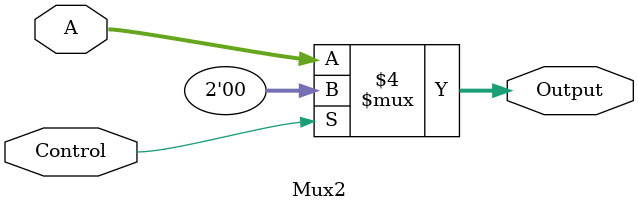
<source format=v>
`timescale 1ns / 1ps

module Mux2(
    input [1:0] A, 
    input Control, 
    output reg [1:0] Output);
	
	initial begin
	   Output <= 0;
	end
	
	always @(*) begin
		if (Control) begin
			Output <= 2'b0;
		end
		else begin
			Output <= A;
		end
	
	end
endmodule
</source>
